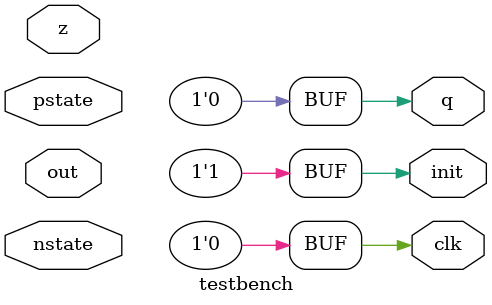
<source format=v>


module FSM(q,init,clk,pstate,nstate,out,z);

input q,init,clk;

output reg z;
output reg[0:4] pstate,nstate;
output reg[0:4] out;


parameter START = 0, S_1 = 1, S_2 = 2, S_3 = 3, S_4 = 4, S_5 = 5;


	always@(negedge clk or negedge init)
	begin
		if(init==0)
			begin
			pstate = S_1;
			end
		else 
			begin
			pstate = nstate;
			end			
	end

	always@(pstate or q or negedge clk)
	begin
		case(pstate)
		S_1:
			begin
				if(q==0)
					begin
					z = 0;
					nstate = 3;
					end
				else if(q==1)
					begin
					z=0;
					nstate = 2;
					end
			end
		S_2:
			begin
				if(q==0)
					begin
					z=0;
					nstate = 1;
					end
				else if(q==1)
					begin
					z=0;
					nstate = 1;
					end
			end
		S_3:
			begin
				if(q==0)
					begin
					z=0;
					nstate = 4;
					end
				else if(q==1)
					begin
					z=0;
					nstate = 2;
					end
			end
		S_4:
			begin
				if(q==0)
					begin
					z=0;
					nstate = 2;
					end
				else if(q==1)
					begin
					z=0;
					nstate = 5;
					end
			end
		S_5:
			begin

				if(q==0)
					begin
						if(out == 18)
							begin
							z=0;
							out = 0; 
							nstate = 3;
							end
						else
							begin
							z = 1;
							out = out + 1; 
							nstate = 5;
							end
													
					end
				else if(q==1)
					begin
						out = 0;
						nstate = 5;
					end

	
			end
		endcase
	end


endmodule

///////////////////////////////////////////////////////////////////////////////


module connector();


	wire q,init,clk,z;
	wire [0:4] pstate,nstate;
	wire [0:4] out;


	FSM thisfsm(q,init,clk,pstate,nstate,out,z);
	testbench tb(q,init,clk,pstate,nstate,out,z);
endmodule

/////////////////////////////////////////////////////////////////////////////

module testbench (q,init,clk,pstate,nstate,out,z);

output reg init,clk,q;
input z;
input [0:4] pstate,nstate,out;

initial
	begin
	$dumpvars;
	$dumpfile("fsm.dump");
	    init = 0; 
	    clk = 1;
	    q = 0;
	#5  clk = 0; 
	    init = 1;
	#5  q = 0;
	    clk = 1;
	#5  clk = 0; 
	#5  q = 0;
	    clk = 1;
	#5  clk = 0; 
	#5  q = 1;
	    clk = 1;
	#5  clk = 0; 
	#5  q = 1;
	    clk = 1;
	#5  clk = 0; 
	#5  q = 0;
	    clk = 1;
	#5  clk = 0; 
	#5  q = 1;
	    clk = 1;
	#5  clk = 0; 
	#5  q = 0;
	    clk = 1;
	#5  clk = 0; 
	#5  q = 0;
	    clk = 1;
	#5  clk = 0; 
	#5  q = 0;
	    clk = 1;
	#5  clk = 0; 
	#5  q = 1;
	    clk = 1;
	#5  clk = 0; 
	#5  q = 1;
	    clk = 1;
	#5  clk = 0; 
	#5  q = 0;
	    clk = 1;
	#5  clk = 0; 
	#5  q = 0;
	    clk = 1;
	#5  clk = 0; 
	#5  q = 0;
	    clk = 1;
	#5  clk = 0; 
	#5  q = 0;
	    clk = 1;
	#5  clk = 0; 
	#5  q = 0;
	    clk = 1;
	#5  clk = 0; 
	#5  q = 0;
	    clk = 1;
	#5  clk = 0; 
	#5  q = 0;
	    clk = 1;
	#5  clk = 0; 
	#5  q = 0;
	    clk = 1;
	#5  clk = 0; 
	#5  q = 0;
	    clk = 1;
	#5  clk = 0; 
	#5  q = 0;
	    clk = 1;
	#5  clk = 0; 
	#5  q = 0;
	    clk = 1;
	#5  clk = 0; 
	#5  q = 0;
	    clk = 1;
	#5  clk = 0; 
	#5  q = 0;
	    clk = 1;
	#5  clk = 0; 
	#5  q = 0;
	    clk = 1;
	#5  clk = 0; 
	#5  q = 0;
	    clk = 1;
	#5  clk = 0; 
	#5  q = 0;
	    clk = 1;
	#5  clk = 0; 
	#5  q = 0;
	    clk = 1;
	#5  clk = 0; 
	#5  q = 0;
	    clk = 1;
	#5  clk = 0; 
	#5  q = 0;  
	    clk = 1;
	#5  clk = 0; 
	#5  q = 0;
	    clk = 1;
	#5  clk = 0; 
	end
endmodule

</source>
